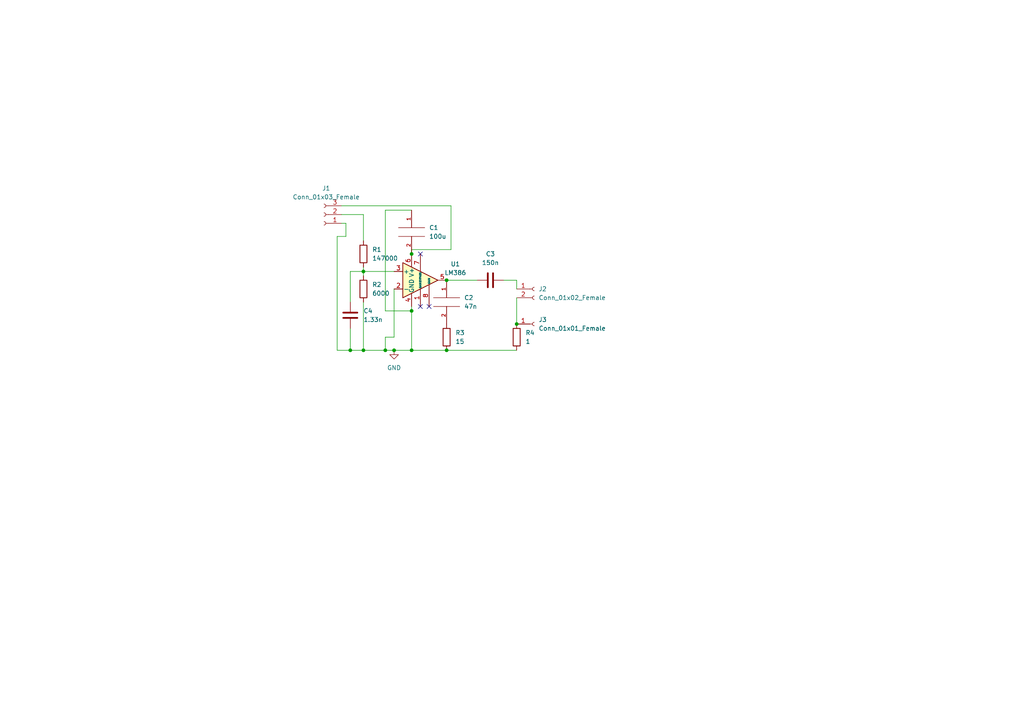
<source format=kicad_sch>
(kicad_sch (version 20211123) (generator eeschema)

  (uuid fb2e7663-3159-4fc7-a727-9c208816301f)

  (paper "A4")

  (lib_symbols
    (symbol "Amplifier_Audio:LM386" (pin_names (offset 0.127)) (in_bom yes) (on_board yes)
      (property "Reference" "U" (id 0) (at 1.27 7.62 0)
        (effects (font (size 1.27 1.27)) (justify left))
      )
      (property "Value" "LM386" (id 1) (at 1.27 5.08 0)
        (effects (font (size 1.27 1.27)) (justify left))
      )
      (property "Footprint" "" (id 2) (at 2.54 2.54 0)
        (effects (font (size 1.27 1.27)) hide)
      )
      (property "Datasheet" "http://www.ti.com/lit/ds/symlink/lm386.pdf" (id 3) (at 5.08 5.08 0)
        (effects (font (size 1.27 1.27)) hide)
      )
      (property "ki_keywords" "single Power opamp" (id 4) (at 0 0 0)
        (effects (font (size 1.27 1.27)) hide)
      )
      (property "ki_description" "Low Voltage Audio Power Amplifier, DIP-8/SOIC-8/SSOP-8" (id 5) (at 0 0 0)
        (effects (font (size 1.27 1.27)) hide)
      )
      (property "ki_fp_filters" "SOIC*3.9x4.9mm*P1.27mm* DIP*W7.62mm* MSSOP*P0.65mm* TSSOP*3x3mm*P0.5mm*" (id 6) (at 0 0 0)
        (effects (font (size 1.27 1.27)) hide)
      )
      (symbol "LM386_0_1"
        (polyline
          (pts
            (xy 5.08 0)
            (xy -5.08 5.08)
            (xy -5.08 -5.08)
            (xy 5.08 0)
          )
          (stroke (width 0.254) (type default) (color 0 0 0 0))
          (fill (type background))
        )
      )
      (symbol "LM386_1_1"
        (pin input line (at 0 -7.62 90) (length 5.08)
          (name "GAIN" (effects (font (size 0.508 0.508))))
          (number "1" (effects (font (size 1.27 1.27))))
        )
        (pin input line (at -7.62 -2.54 0) (length 2.54)
          (name "-" (effects (font (size 1.27 1.27))))
          (number "2" (effects (font (size 1.27 1.27))))
        )
        (pin input line (at -7.62 2.54 0) (length 2.54)
          (name "+" (effects (font (size 1.27 1.27))))
          (number "3" (effects (font (size 1.27 1.27))))
        )
        (pin power_in line (at -2.54 -7.62 90) (length 3.81)
          (name "GND" (effects (font (size 1.27 1.27))))
          (number "4" (effects (font (size 1.27 1.27))))
        )
        (pin output line (at 7.62 0 180) (length 2.54)
          (name "~" (effects (font (size 1.27 1.27))))
          (number "5" (effects (font (size 1.27 1.27))))
        )
        (pin power_in line (at -2.54 7.62 270) (length 3.81)
          (name "V+" (effects (font (size 1.27 1.27))))
          (number "6" (effects (font (size 1.27 1.27))))
        )
        (pin input line (at 0 7.62 270) (length 5.08)
          (name "BYPASS" (effects (font (size 0.508 0.508))))
          (number "7" (effects (font (size 1.27 1.27))))
        )
        (pin input line (at 2.54 -7.62 90) (length 6.35)
          (name "GAIN" (effects (font (size 0.508 0.508))))
          (number "8" (effects (font (size 1.27 1.27))))
        )
      )
    )
    (symbol "Connector:Conn_01x01_Female" (pin_names (offset 1.016) hide) (in_bom yes) (on_board yes)
      (property "Reference" "J" (id 0) (at 0 2.54 0)
        (effects (font (size 1.27 1.27)))
      )
      (property "Value" "Conn_01x01_Female" (id 1) (at 0 -2.54 0)
        (effects (font (size 1.27 1.27)))
      )
      (property "Footprint" "" (id 2) (at 0 0 0)
        (effects (font (size 1.27 1.27)) hide)
      )
      (property "Datasheet" "~" (id 3) (at 0 0 0)
        (effects (font (size 1.27 1.27)) hide)
      )
      (property "ki_keywords" "connector" (id 4) (at 0 0 0)
        (effects (font (size 1.27 1.27)) hide)
      )
      (property "ki_description" "Generic connector, single row, 01x01, script generated (kicad-library-utils/schlib/autogen/connector/)" (id 5) (at 0 0 0)
        (effects (font (size 1.27 1.27)) hide)
      )
      (property "ki_fp_filters" "Connector*:*" (id 6) (at 0 0 0)
        (effects (font (size 1.27 1.27)) hide)
      )
      (symbol "Conn_01x01_Female_1_1"
        (polyline
          (pts
            (xy -1.27 0)
            (xy -0.508 0)
          )
          (stroke (width 0.1524) (type default) (color 0 0 0 0))
          (fill (type none))
        )
        (arc (start 0 0.508) (mid -0.508 0) (end 0 -0.508)
          (stroke (width 0.1524) (type default) (color 0 0 0 0))
          (fill (type none))
        )
        (pin passive line (at -5.08 0 0) (length 3.81)
          (name "Pin_1" (effects (font (size 1.27 1.27))))
          (number "1" (effects (font (size 1.27 1.27))))
        )
      )
    )
    (symbol "Connector:Conn_01x02_Female" (pin_names (offset 1.016) hide) (in_bom yes) (on_board yes)
      (property "Reference" "J" (id 0) (at 0 2.54 0)
        (effects (font (size 1.27 1.27)))
      )
      (property "Value" "Conn_01x02_Female" (id 1) (at 0 -5.08 0)
        (effects (font (size 1.27 1.27)))
      )
      (property "Footprint" "" (id 2) (at 0 0 0)
        (effects (font (size 1.27 1.27)) hide)
      )
      (property "Datasheet" "~" (id 3) (at 0 0 0)
        (effects (font (size 1.27 1.27)) hide)
      )
      (property "ki_keywords" "connector" (id 4) (at 0 0 0)
        (effects (font (size 1.27 1.27)) hide)
      )
      (property "ki_description" "Generic connector, single row, 01x02, script generated (kicad-library-utils/schlib/autogen/connector/)" (id 5) (at 0 0 0)
        (effects (font (size 1.27 1.27)) hide)
      )
      (property "ki_fp_filters" "Connector*:*_1x??_*" (id 6) (at 0 0 0)
        (effects (font (size 1.27 1.27)) hide)
      )
      (symbol "Conn_01x02_Female_1_1"
        (arc (start 0 -2.032) (mid -0.508 -2.54) (end 0 -3.048)
          (stroke (width 0.1524) (type default) (color 0 0 0 0))
          (fill (type none))
        )
        (polyline
          (pts
            (xy -1.27 -2.54)
            (xy -0.508 -2.54)
          )
          (stroke (width 0.1524) (type default) (color 0 0 0 0))
          (fill (type none))
        )
        (polyline
          (pts
            (xy -1.27 0)
            (xy -0.508 0)
          )
          (stroke (width 0.1524) (type default) (color 0 0 0 0))
          (fill (type none))
        )
        (arc (start 0 0.508) (mid -0.508 0) (end 0 -0.508)
          (stroke (width 0.1524) (type default) (color 0 0 0 0))
          (fill (type none))
        )
        (pin passive line (at -5.08 0 0) (length 3.81)
          (name "Pin_1" (effects (font (size 1.27 1.27))))
          (number "1" (effects (font (size 1.27 1.27))))
        )
        (pin passive line (at -5.08 -2.54 0) (length 3.81)
          (name "Pin_2" (effects (font (size 1.27 1.27))))
          (number "2" (effects (font (size 1.27 1.27))))
        )
      )
    )
    (symbol "Connector:Conn_01x03_Female" (pin_names (offset 1.016) hide) (in_bom yes) (on_board yes)
      (property "Reference" "J" (id 0) (at 0 5.08 0)
        (effects (font (size 1.27 1.27)))
      )
      (property "Value" "Conn_01x03_Female" (id 1) (at 0 -5.08 0)
        (effects (font (size 1.27 1.27)))
      )
      (property "Footprint" "" (id 2) (at 0 0 0)
        (effects (font (size 1.27 1.27)) hide)
      )
      (property "Datasheet" "~" (id 3) (at 0 0 0)
        (effects (font (size 1.27 1.27)) hide)
      )
      (property "ki_keywords" "connector" (id 4) (at 0 0 0)
        (effects (font (size 1.27 1.27)) hide)
      )
      (property "ki_description" "Generic connector, single row, 01x03, script generated (kicad-library-utils/schlib/autogen/connector/)" (id 5) (at 0 0 0)
        (effects (font (size 1.27 1.27)) hide)
      )
      (property "ki_fp_filters" "Connector*:*_1x??_*" (id 6) (at 0 0 0)
        (effects (font (size 1.27 1.27)) hide)
      )
      (symbol "Conn_01x03_Female_1_1"
        (arc (start 0 -2.032) (mid -0.508 -2.54) (end 0 -3.048)
          (stroke (width 0.1524) (type default) (color 0 0 0 0))
          (fill (type none))
        )
        (polyline
          (pts
            (xy -1.27 -2.54)
            (xy -0.508 -2.54)
          )
          (stroke (width 0.1524) (type default) (color 0 0 0 0))
          (fill (type none))
        )
        (polyline
          (pts
            (xy -1.27 0)
            (xy -0.508 0)
          )
          (stroke (width 0.1524) (type default) (color 0 0 0 0))
          (fill (type none))
        )
        (polyline
          (pts
            (xy -1.27 2.54)
            (xy -0.508 2.54)
          )
          (stroke (width 0.1524) (type default) (color 0 0 0 0))
          (fill (type none))
        )
        (arc (start 0 0.508) (mid -0.508 0) (end 0 -0.508)
          (stroke (width 0.1524) (type default) (color 0 0 0 0))
          (fill (type none))
        )
        (arc (start 0 3.048) (mid -0.508 2.54) (end 0 2.032)
          (stroke (width 0.1524) (type default) (color 0 0 0 0))
          (fill (type none))
        )
        (pin passive line (at -5.08 2.54 0) (length 3.81)
          (name "Pin_1" (effects (font (size 1.27 1.27))))
          (number "1" (effects (font (size 1.27 1.27))))
        )
        (pin passive line (at -5.08 0 0) (length 3.81)
          (name "Pin_2" (effects (font (size 1.27 1.27))))
          (number "2" (effects (font (size 1.27 1.27))))
        )
        (pin passive line (at -5.08 -2.54 0) (length 3.81)
          (name "Pin_3" (effects (font (size 1.27 1.27))))
          (number "3" (effects (font (size 1.27 1.27))))
        )
      )
    )
    (symbol "Device:C" (pin_numbers hide) (pin_names (offset 0.254)) (in_bom yes) (on_board yes)
      (property "Reference" "C" (id 0) (at 0.635 2.54 0)
        (effects (font (size 1.27 1.27)) (justify left))
      )
      (property "Value" "C" (id 1) (at 0.635 -2.54 0)
        (effects (font (size 1.27 1.27)) (justify left))
      )
      (property "Footprint" "" (id 2) (at 0.9652 -3.81 0)
        (effects (font (size 1.27 1.27)) hide)
      )
      (property "Datasheet" "~" (id 3) (at 0 0 0)
        (effects (font (size 1.27 1.27)) hide)
      )
      (property "ki_keywords" "cap capacitor" (id 4) (at 0 0 0)
        (effects (font (size 1.27 1.27)) hide)
      )
      (property "ki_description" "Unpolarized capacitor" (id 5) (at 0 0 0)
        (effects (font (size 1.27 1.27)) hide)
      )
      (property "ki_fp_filters" "C_*" (id 6) (at 0 0 0)
        (effects (font (size 1.27 1.27)) hide)
      )
      (symbol "C_0_1"
        (polyline
          (pts
            (xy -2.032 -0.762)
            (xy 2.032 -0.762)
          )
          (stroke (width 0.508) (type default) (color 0 0 0 0))
          (fill (type none))
        )
        (polyline
          (pts
            (xy -2.032 0.762)
            (xy 2.032 0.762)
          )
          (stroke (width 0.508) (type default) (color 0 0 0 0))
          (fill (type none))
        )
      )
      (symbol "C_1_1"
        (pin passive line (at 0 3.81 270) (length 2.794)
          (name "~" (effects (font (size 1.27 1.27))))
          (number "1" (effects (font (size 1.27 1.27))))
        )
        (pin passive line (at 0 -3.81 90) (length 2.794)
          (name "~" (effects (font (size 1.27 1.27))))
          (number "2" (effects (font (size 1.27 1.27))))
        )
      )
    )
    (symbol "Device:R" (pin_numbers hide) (pin_names (offset 0)) (in_bom yes) (on_board yes)
      (property "Reference" "R" (id 0) (at 2.032 0 90)
        (effects (font (size 1.27 1.27)))
      )
      (property "Value" "R" (id 1) (at 0 0 90)
        (effects (font (size 1.27 1.27)))
      )
      (property "Footprint" "" (id 2) (at -1.778 0 90)
        (effects (font (size 1.27 1.27)) hide)
      )
      (property "Datasheet" "~" (id 3) (at 0 0 0)
        (effects (font (size 1.27 1.27)) hide)
      )
      (property "ki_keywords" "R res resistor" (id 4) (at 0 0 0)
        (effects (font (size 1.27 1.27)) hide)
      )
      (property "ki_description" "Resistor" (id 5) (at 0 0 0)
        (effects (font (size 1.27 1.27)) hide)
      )
      (property "ki_fp_filters" "R_*" (id 6) (at 0 0 0)
        (effects (font (size 1.27 1.27)) hide)
      )
      (symbol "R_0_1"
        (rectangle (start -1.016 -2.54) (end 1.016 2.54)
          (stroke (width 0.254) (type default) (color 0 0 0 0))
          (fill (type none))
        )
      )
      (symbol "R_1_1"
        (pin passive line (at 0 3.81 270) (length 1.27)
          (name "~" (effects (font (size 1.27 1.27))))
          (number "1" (effects (font (size 1.27 1.27))))
        )
        (pin passive line (at 0 -3.81 90) (length 1.27)
          (name "~" (effects (font (size 1.27 1.27))))
          (number "2" (effects (font (size 1.27 1.27))))
        )
      )
    )
    (symbol "power:GND" (power) (pin_names (offset 0)) (in_bom yes) (on_board yes)
      (property "Reference" "#PWR" (id 0) (at 0 -6.35 0)
        (effects (font (size 1.27 1.27)) hide)
      )
      (property "Value" "GND" (id 1) (at 0 -3.81 0)
        (effects (font (size 1.27 1.27)))
      )
      (property "Footprint" "" (id 2) (at 0 0 0)
        (effects (font (size 1.27 1.27)) hide)
      )
      (property "Datasheet" "" (id 3) (at 0 0 0)
        (effects (font (size 1.27 1.27)) hide)
      )
      (property "ki_keywords" "power-flag" (id 4) (at 0 0 0)
        (effects (font (size 1.27 1.27)) hide)
      )
      (property "ki_description" "Power symbol creates a global label with name \"GND\" , ground" (id 5) (at 0 0 0)
        (effects (font (size 1.27 1.27)) hide)
      )
      (symbol "GND_0_1"
        (polyline
          (pts
            (xy 0 0)
            (xy 0 -1.27)
            (xy 1.27 -1.27)
            (xy 0 -2.54)
            (xy -1.27 -1.27)
            (xy 0 -1.27)
          )
          (stroke (width 0) (type default) (color 0 0 0 0))
          (fill (type none))
        )
      )
      (symbol "GND_1_1"
        (pin power_in line (at 0 0 270) (length 0) hide
          (name "GND" (effects (font (size 1.27 1.27))))
          (number "1" (effects (font (size 1.27 1.27))))
        )
      )
    )
    (symbol "pspice:CAP" (pin_names (offset 0.254)) (in_bom yes) (on_board yes)
      (property "Reference" "C" (id 0) (at 2.54 3.81 90)
        (effects (font (size 1.27 1.27)))
      )
      (property "Value" "CAP" (id 1) (at 2.54 -3.81 90)
        (effects (font (size 1.27 1.27)))
      )
      (property "Footprint" "" (id 2) (at 0 0 0)
        (effects (font (size 1.27 1.27)) hide)
      )
      (property "Datasheet" "~" (id 3) (at 0 0 0)
        (effects (font (size 1.27 1.27)) hide)
      )
      (property "ki_keywords" "simulation" (id 4) (at 0 0 0)
        (effects (font (size 1.27 1.27)) hide)
      )
      (property "ki_description" "Capacitor symbol for simulation only" (id 5) (at 0 0 0)
        (effects (font (size 1.27 1.27)) hide)
      )
      (symbol "CAP_0_1"
        (polyline
          (pts
            (xy -3.81 -1.27)
            (xy 3.81 -1.27)
          )
          (stroke (width 0) (type default) (color 0 0 0 0))
          (fill (type none))
        )
        (polyline
          (pts
            (xy -3.81 1.27)
            (xy 3.81 1.27)
          )
          (stroke (width 0) (type default) (color 0 0 0 0))
          (fill (type none))
        )
      )
      (symbol "CAP_1_1"
        (pin passive line (at 0 6.35 270) (length 5.08)
          (name "~" (effects (font (size 1.016 1.016))))
          (number "1" (effects (font (size 1.016 1.016))))
        )
        (pin passive line (at 0 -6.35 90) (length 5.08)
          (name "~" (effects (font (size 1.016 1.016))))
          (number "2" (effects (font (size 1.016 1.016))))
        )
      )
    )
  )

  (junction (at 149.86 93.98) (diameter 0) (color 0 0 0 0)
    (uuid 30b149f2-6ef8-4c5c-8521-d89585e0c845)
  )
  (junction (at 119.38 73.66) (diameter 0) (color 0 0 0 0)
    (uuid 55c8e6c9-65a2-4ef5-a931-bd872d1ec8c5)
  )
  (junction (at 111.76 101.6) (diameter 0) (color 0 0 0 0)
    (uuid 70e98af9-13dd-4bbe-9ac9-927a67e62794)
  )
  (junction (at 105.41 78.74) (diameter 0) (color 0 0 0 0)
    (uuid 87c45d59-cd53-4976-9a60-6ae9710728ee)
  )
  (junction (at 105.41 101.6) (diameter 0) (color 0 0 0 0)
    (uuid 8cbfd922-259e-437d-ac16-ed7c083f80a2)
  )
  (junction (at 129.54 101.6) (diameter 0) (color 0 0 0 0)
    (uuid 9487524f-a7d8-4c6e-8535-82d2fa77f2d0)
  )
  (junction (at 129.54 81.28) (diameter 0) (color 0 0 0 0)
    (uuid 94f76b69-2820-4d34-becf-a87c5ef2d1a6)
  )
  (junction (at 114.3 101.6) (diameter 0) (color 0 0 0 0)
    (uuid a38e59d8-4421-4d4d-afe0-e081a0182dec)
  )
  (junction (at 119.38 90.17) (diameter 0) (color 0 0 0 0)
    (uuid d9cc017c-2154-48e5-a3a7-3e4ed212723f)
  )
  (junction (at 101.6 101.6) (diameter 0) (color 0 0 0 0)
    (uuid ea844d73-9d02-4a61-b74f-ce4a0f18f942)
  )
  (junction (at 119.38 101.6) (diameter 0) (color 0 0 0 0)
    (uuid f513fc27-2a45-46c1-905b-727e04c535c7)
  )

  (no_connect (at 121.92 73.66) (uuid 126eab56-5fcd-4b49-b202-5f02c56ef2c0))
  (no_connect (at 121.92 88.9) (uuid 126eab56-5fcd-4b49-b202-5f02c56ef2c1))
  (no_connect (at 124.46 88.9) (uuid 126eab56-5fcd-4b49-b202-5f02c56ef2c2))

  (wire (pts (xy 119.38 101.6) (xy 129.54 101.6))
    (stroke (width 0) (type default) (color 0 0 0 0))
    (uuid 0eac8a00-14a3-48de-8590-bc53f3e76aea)
  )
  (wire (pts (xy 105.41 101.6) (xy 111.76 101.6))
    (stroke (width 0) (type default) (color 0 0 0 0))
    (uuid 1e399069-487c-4b44-906e-b55eee6acaec)
  )
  (wire (pts (xy 111.76 90.17) (xy 119.38 90.17))
    (stroke (width 0) (type default) (color 0 0 0 0))
    (uuid 2497a85b-61f1-468e-9cba-48cabef70ef8)
  )
  (wire (pts (xy 105.41 78.74) (xy 101.6 78.74))
    (stroke (width 0) (type default) (color 0 0 0 0))
    (uuid 2678666c-f14a-4078-b907-86f88c467d5e)
  )
  (wire (pts (xy 146.05 81.28) (xy 149.86 81.28))
    (stroke (width 0) (type default) (color 0 0 0 0))
    (uuid 2fe87a11-3c82-46b9-9433-36d19823895c)
  )
  (wire (pts (xy 149.86 81.28) (xy 149.86 83.82))
    (stroke (width 0) (type default) (color 0 0 0 0))
    (uuid 3be85a8f-cc05-4121-aad6-4f39191dfe5d)
  )
  (wire (pts (xy 105.41 69.85) (xy 105.41 62.23))
    (stroke (width 0) (type default) (color 0 0 0 0))
    (uuid 40c05b21-e3ec-4c87-9f30-a5b672cadb23)
  )
  (wire (pts (xy 130.81 59.69) (xy 130.81 72.39))
    (stroke (width 0) (type default) (color 0 0 0 0))
    (uuid 40d036a7-349c-4647-96a9-c878d43dd7e8)
  )
  (wire (pts (xy 97.79 101.6) (xy 97.79 68.58))
    (stroke (width 0) (type default) (color 0 0 0 0))
    (uuid 4107bf34-46cb-4a16-bb2f-1aac240b1770)
  )
  (wire (pts (xy 111.76 101.6) (xy 114.3 101.6))
    (stroke (width 0) (type default) (color 0 0 0 0))
    (uuid 48153185-9035-4944-83d9-6b4c1956150c)
  )
  (wire (pts (xy 114.3 101.6) (xy 119.38 101.6))
    (stroke (width 0) (type default) (color 0 0 0 0))
    (uuid 4c448945-edfb-4d0a-9e07-1076a36fba24)
  )
  (wire (pts (xy 119.38 72.39) (xy 119.38 73.66))
    (stroke (width 0) (type default) (color 0 0 0 0))
    (uuid 4ee04e96-b913-4bad-93e0-302565abd2b4)
  )
  (wire (pts (xy 114.3 97.79) (xy 111.76 97.79))
    (stroke (width 0) (type default) (color 0 0 0 0))
    (uuid 59980434-819a-4e84-ad1e-5e6529f88521)
  )
  (wire (pts (xy 114.3 83.82) (xy 114.3 97.79))
    (stroke (width 0) (type default) (color 0 0 0 0))
    (uuid 59fbe554-bd86-4491-82b9-f9a3a30e44ab)
  )
  (wire (pts (xy 149.86 86.36) (xy 149.86 93.98))
    (stroke (width 0) (type default) (color 0 0 0 0))
    (uuid 5a8b6970-98ae-4ad9-a04a-b12796bf54ca)
  )
  (wire (pts (xy 105.41 78.74) (xy 105.41 80.01))
    (stroke (width 0) (type default) (color 0 0 0 0))
    (uuid 5d8187b5-caae-40b8-ac8f-8c442e998f5f)
  )
  (wire (pts (xy 101.6 95.25) (xy 101.6 101.6))
    (stroke (width 0) (type default) (color 0 0 0 0))
    (uuid 5eeeb876-dd88-4349-ac7a-e50fb80fbd10)
  )
  (wire (pts (xy 119.38 88.9) (xy 119.38 90.17))
    (stroke (width 0) (type default) (color 0 0 0 0))
    (uuid 62793016-ab52-4741-827e-63324f44e341)
  )
  (wire (pts (xy 105.41 77.47) (xy 105.41 78.74))
    (stroke (width 0) (type default) (color 0 0 0 0))
    (uuid 714abc84-232c-4560-a79a-0fca8f9eb603)
  )
  (wire (pts (xy 100.33 64.77) (xy 99.06 64.77))
    (stroke (width 0) (type default) (color 0 0 0 0))
    (uuid 73176f14-4bb9-43f7-ab75-be555e42a504)
  )
  (wire (pts (xy 129.54 101.6) (xy 149.86 101.6))
    (stroke (width 0) (type default) (color 0 0 0 0))
    (uuid 76273818-6d34-407a-a16f-f833d5681ee1)
  )
  (wire (pts (xy 111.76 60.96) (xy 111.76 90.17))
    (stroke (width 0) (type default) (color 0 0 0 0))
    (uuid 7eb6382b-4d89-4408-9785-9d7314dbff09)
  )
  (wire (pts (xy 119.38 60.96) (xy 111.76 60.96))
    (stroke (width 0) (type default) (color 0 0 0 0))
    (uuid 8911c72b-b4b4-4dac-9e6b-2084947beb80)
  )
  (wire (pts (xy 100.33 68.58) (xy 100.33 64.77))
    (stroke (width 0) (type default) (color 0 0 0 0))
    (uuid 9f1b745b-9d1e-4b93-b9b0-5bf392606f7b)
  )
  (wire (pts (xy 97.79 101.6) (xy 101.6 101.6))
    (stroke (width 0) (type default) (color 0 0 0 0))
    (uuid a2f68791-fab4-43f2-84e7-890d531dfafa)
  )
  (wire (pts (xy 111.76 97.79) (xy 111.76 101.6))
    (stroke (width 0) (type default) (color 0 0 0 0))
    (uuid a7587b11-2971-4682-b654-21255911d0b3)
  )
  (wire (pts (xy 129.54 81.28) (xy 138.43 81.28))
    (stroke (width 0) (type default) (color 0 0 0 0))
    (uuid b6c1e2f7-a7b8-4b5a-b196-abcc506589b0)
  )
  (wire (pts (xy 97.79 68.58) (xy 100.33 68.58))
    (stroke (width 0) (type default) (color 0 0 0 0))
    (uuid c04a3156-232d-431b-886f-d834e053b64f)
  )
  (wire (pts (xy 119.38 72.39) (xy 130.81 72.39))
    (stroke (width 0) (type default) (color 0 0 0 0))
    (uuid c9b2cf5f-39ac-4751-aa7c-1c78edefca70)
  )
  (wire (pts (xy 119.38 90.17) (xy 119.38 101.6))
    (stroke (width 0) (type default) (color 0 0 0 0))
    (uuid d492f729-7577-4cf1-b6d4-cfc2020f24a5)
  )
  (wire (pts (xy 101.6 78.74) (xy 101.6 87.63))
    (stroke (width 0) (type default) (color 0 0 0 0))
    (uuid d4de82b6-23f3-44a4-831c-042e0426ac00)
  )
  (wire (pts (xy 105.41 78.74) (xy 114.3 78.74))
    (stroke (width 0) (type default) (color 0 0 0 0))
    (uuid dccdd27a-9c1e-4a1b-a485-cf78309197fd)
  )
  (wire (pts (xy 105.41 62.23) (xy 99.06 62.23))
    (stroke (width 0) (type default) (color 0 0 0 0))
    (uuid dd35f156-b3dc-4510-82fc-3e518d10a2b8)
  )
  (wire (pts (xy 105.41 87.63) (xy 105.41 101.6))
    (stroke (width 0) (type default) (color 0 0 0 0))
    (uuid df34604f-80bb-493f-a03e-4b16fe87a822)
  )
  (wire (pts (xy 99.06 59.69) (xy 130.81 59.69))
    (stroke (width 0) (type default) (color 0 0 0 0))
    (uuid df7f4527-d184-41d0-9a95-e929b5610db6)
  )
  (wire (pts (xy 105.41 101.6) (xy 101.6 101.6))
    (stroke (width 0) (type default) (color 0 0 0 0))
    (uuid fc919314-8625-4714-94e4-749b14b0d087)
  )

  (symbol (lib_id "Connector:Conn_01x01_Female") (at 154.94 93.98 0) (unit 1)
    (in_bom yes) (on_board yes) (fields_autoplaced)
    (uuid 00fc4e09-8854-4b94-96d6-22527b0ba299)
    (property "Reference" "J3" (id 0) (at 156.21 92.7099 0)
      (effects (font (size 1.27 1.27)) (justify left))
    )
    (property "Value" "Conn_01x01_Female" (id 1) (at 156.21 95.2499 0)
      (effects (font (size 1.27 1.27)) (justify left))
    )
    (property "Footprint" "Connector_PinSocket_2.00mm:PinSocket_1x01_P2.00mm_Horizontal" (id 2) (at 154.94 93.98 0)
      (effects (font (size 1.27 1.27)) hide)
    )
    (property "Datasheet" "~" (id 3) (at 154.94 93.98 0)
      (effects (font (size 1.27 1.27)) hide)
    )
    (pin "1" (uuid 0f3ba943-9e64-4c31-88a2-12321b06eef6))
  )

  (symbol (lib_id "pspice:CAP") (at 119.38 67.31 0) (unit 1)
    (in_bom yes) (on_board yes) (fields_autoplaced)
    (uuid 251e9da9-9c52-4a75-8f02-54877fcfd0b6)
    (property "Reference" "C1" (id 0) (at 124.46 66.0399 0)
      (effects (font (size 1.27 1.27)) (justify left))
    )
    (property "Value" "100u" (id 1) (at 124.46 68.5799 0)
      (effects (font (size 1.27 1.27)) (justify left))
    )
    (property "Footprint" "Capacitor_THT:CP_Radial_D8.0mm_P5.00mm" (id 2) (at 119.38 67.31 0)
      (effects (font (size 1.27 1.27)) hide)
    )
    (property "Datasheet" "~" (id 3) (at 119.38 67.31 0)
      (effects (font (size 1.27 1.27)) hide)
    )
    (pin "1" (uuid 4a3b9c26-0f40-497e-92f3-5b59cde12109))
    (pin "2" (uuid cebfca72-9aca-4bb6-967e-19ffa44acd70))
  )

  (symbol (lib_id "pspice:CAP") (at 129.54 87.63 0) (unit 1)
    (in_bom yes) (on_board yes) (fields_autoplaced)
    (uuid 499bc1b5-b5b5-4e37-baa6-d42e4a7c537c)
    (property "Reference" "C2" (id 0) (at 134.62 86.3599 0)
      (effects (font (size 1.27 1.27)) (justify left))
    )
    (property "Value" "47n" (id 1) (at 134.62 88.8999 0)
      (effects (font (size 1.27 1.27)) (justify left))
    )
    (property "Footprint" "Capacitor_THT:C_Rect_L9.0mm_W4.2mm_P7.50mm_MKT" (id 2) (at 129.54 87.63 0)
      (effects (font (size 1.27 1.27)) hide)
    )
    (property "Datasheet" "~" (id 3) (at 129.54 87.63 0)
      (effects (font (size 1.27 1.27)) hide)
    )
    (pin "1" (uuid 74cae2f2-7248-4d38-8253-0e1b3d9f9a8a))
    (pin "2" (uuid 7dfb1d32-ebb2-476e-99c7-547fcd4a52ff))
  )

  (symbol (lib_id "Amplifier_Audio:LM386") (at 121.92 81.28 0) (unit 1)
    (in_bom yes) (on_board yes) (fields_autoplaced)
    (uuid 6b4d1b0d-20ac-4ef7-99ed-865a97e09a88)
    (property "Reference" "U1" (id 0) (at 132.08 76.581 0))
    (property "Value" "LM386" (id 1) (at 132.08 79.121 0))
    (property "Footprint" "Package_DIP:DIP-8_W7.62mm" (id 2) (at 124.46 78.74 0)
      (effects (font (size 1.27 1.27)) hide)
    )
    (property "Datasheet" "http://www.ti.com/lit/ds/symlink/lm386.pdf" (id 3) (at 127 76.2 0)
      (effects (font (size 1.27 1.27)) hide)
    )
    (pin "1" (uuid 85028d1f-01a9-4a93-bf57-02feedeafecd))
    (pin "2" (uuid 642253a7-7e7f-4f31-88e7-503355243bcd))
    (pin "3" (uuid c39121f4-53b0-4484-ba86-5b254b0bb9f0))
    (pin "4" (uuid 35705fe2-4b08-41ae-8840-90b77bbf5319))
    (pin "5" (uuid 06c31293-65ab-47f7-b93a-791f849e0bd2))
    (pin "6" (uuid ce307321-f94d-44b4-a2d7-35ba0c7126db))
    (pin "7" (uuid 1bdca6d4-7137-4ea3-a201-ee9730808497))
    (pin "8" (uuid c1d68b1a-446c-465e-8408-5ca4072d0c9d))
  )

  (symbol (lib_id "Device:R") (at 105.41 83.82 0) (unit 1)
    (in_bom yes) (on_board yes) (fields_autoplaced)
    (uuid 761f67e4-8d35-452a-9d0a-238cc081560e)
    (property "Reference" "R2" (id 0) (at 107.95 82.5499 0)
      (effects (font (size 1.27 1.27)) (justify left))
    )
    (property "Value" "6000" (id 1) (at 107.95 85.0899 0)
      (effects (font (size 1.27 1.27)) (justify left))
    )
    (property "Footprint" "Resistor_THT:R_Axial_DIN0204_L3.6mm_D1.6mm_P5.08mm_Horizontal" (id 2) (at 103.632 83.82 90)
      (effects (font (size 1.27 1.27)) hide)
    )
    (property "Datasheet" "~" (id 3) (at 105.41 83.82 0)
      (effects (font (size 1.27 1.27)) hide)
    )
    (pin "1" (uuid 9a1390a2-6e06-4841-a2fb-6eb0ca573019))
    (pin "2" (uuid 7e4328de-d34f-4af8-8247-810c32af6504))
  )

  (symbol (lib_id "Device:C") (at 142.24 81.28 90) (unit 1)
    (in_bom yes) (on_board yes) (fields_autoplaced)
    (uuid 8f37c2dd-1e86-4051-abd3-2233e8440453)
    (property "Reference" "C3" (id 0) (at 142.24 73.66 90))
    (property "Value" "150n" (id 1) (at 142.24 76.2 90))
    (property "Footprint" "Capacitor_THT:CP_Radial_D8.0mm_P3.80mm" (id 2) (at 146.05 80.3148 0)
      (effects (font (size 1.27 1.27)) hide)
    )
    (property "Datasheet" "~" (id 3) (at 142.24 81.28 0)
      (effects (font (size 1.27 1.27)) hide)
    )
    (pin "1" (uuid a3dc77ea-6674-4502-b67e-f2b948248272))
    (pin "2" (uuid f768e6d5-d789-45d0-8787-bf8c88d46eb4))
  )

  (symbol (lib_id "Connector:Conn_01x03_Female") (at 93.98 62.23 180) (unit 1)
    (in_bom yes) (on_board yes) (fields_autoplaced)
    (uuid 991824cf-c921-4eff-a35e-5db3e3ac9b88)
    (property "Reference" "J1" (id 0) (at 94.615 54.61 0))
    (property "Value" "Conn_01x03_Female" (id 1) (at 94.615 57.15 0))
    (property "Footprint" "Connector_PinSocket_2.54mm:PinSocket_1x03_P2.54mm_Vertical" (id 2) (at 93.98 62.23 0)
      (effects (font (size 1.27 1.27)) hide)
    )
    (property "Datasheet" "~" (id 3) (at 93.98 62.23 0)
      (effects (font (size 1.27 1.27)) hide)
    )
    (pin "1" (uuid bb1e2c97-34b2-4611-a0ab-73c1ceb701c7))
    (pin "2" (uuid 5ab2e380-60d9-4f0e-a03b-922cac23dec0))
    (pin "3" (uuid dd0c86ce-9166-4898-b447-8dfded34cd37))
  )

  (symbol (lib_id "Device:R") (at 105.41 73.66 0) (unit 1)
    (in_bom yes) (on_board yes) (fields_autoplaced)
    (uuid a4db4c18-c298-437c-ac41-331665d13267)
    (property "Reference" "R1" (id 0) (at 107.95 72.3899 0)
      (effects (font (size 1.27 1.27)) (justify left))
    )
    (property "Value" "147000" (id 1) (at 107.95 74.9299 0)
      (effects (font (size 1.27 1.27)) (justify left))
    )
    (property "Footprint" "Resistor_THT:R_Axial_DIN0204_L3.6mm_D1.6mm_P5.08mm_Horizontal" (id 2) (at 103.632 73.66 90)
      (effects (font (size 1.27 1.27)) hide)
    )
    (property "Datasheet" "~" (id 3) (at 105.41 73.66 0)
      (effects (font (size 1.27 1.27)) hide)
    )
    (pin "1" (uuid 1fd514c9-9745-45b6-9095-c173568c1cec))
    (pin "2" (uuid d70af7b7-0d78-412c-8c52-6840d126eba8))
  )

  (symbol (lib_id "Device:R") (at 129.54 97.79 0) (unit 1)
    (in_bom yes) (on_board yes) (fields_autoplaced)
    (uuid c36440a3-9aad-41e2-a0df-927afaec0970)
    (property "Reference" "R3" (id 0) (at 132.08 96.5199 0)
      (effects (font (size 1.27 1.27)) (justify left))
    )
    (property "Value" "15" (id 1) (at 132.08 99.0599 0)
      (effects (font (size 1.27 1.27)) (justify left))
    )
    (property "Footprint" "Resistor_THT:R_Axial_DIN0204_L3.6mm_D1.6mm_P5.08mm_Horizontal" (id 2) (at 127.762 97.79 90)
      (effects (font (size 1.27 1.27)) hide)
    )
    (property "Datasheet" "~" (id 3) (at 129.54 97.79 0)
      (effects (font (size 1.27 1.27)) hide)
    )
    (pin "1" (uuid 85a65e02-7767-4d2c-ba92-c412a9efcbb5))
    (pin "2" (uuid 6753e387-fe11-4227-9b44-d3c94c0ffdd4))
  )

  (symbol (lib_id "Device:R") (at 149.86 97.79 0) (unit 1)
    (in_bom yes) (on_board yes) (fields_autoplaced)
    (uuid c6f12c0f-2db8-4dd6-bd22-055cfe9da7c8)
    (property "Reference" "R4" (id 0) (at 152.4 96.5199 0)
      (effects (font (size 1.27 1.27)) (justify left))
    )
    (property "Value" "1" (id 1) (at 152.4 99.0599 0)
      (effects (font (size 1.27 1.27)) (justify left))
    )
    (property "Footprint" "Resistor_THT:R_Axial_DIN0204_L3.6mm_D1.6mm_P5.08mm_Horizontal" (id 2) (at 148.082 97.79 90)
      (effects (font (size 1.27 1.27)) hide)
    )
    (property "Datasheet" "~" (id 3) (at 149.86 97.79 0)
      (effects (font (size 1.27 1.27)) hide)
    )
    (pin "1" (uuid 48850346-f3a5-436b-a031-4a1989953ae4))
    (pin "2" (uuid 5d43cdb8-3590-4586-aee0-2ad3ca868a77))
  )

  (symbol (lib_id "Connector:Conn_01x02_Female") (at 154.94 83.82 0) (unit 1)
    (in_bom yes) (on_board yes) (fields_autoplaced)
    (uuid c876918b-b271-4ad4-bd05-77825bd97b34)
    (property "Reference" "J2" (id 0) (at 156.21 83.8199 0)
      (effects (font (size 1.27 1.27)) (justify left))
    )
    (property "Value" "Conn_01x02_Female" (id 1) (at 156.21 86.3599 0)
      (effects (font (size 1.27 1.27)) (justify left))
    )
    (property "Footprint" "Connector_PinSocket_2.00mm:PinSocket_1x02_P2.00mm_Vertical" (id 2) (at 154.94 83.82 0)
      (effects (font (size 1.27 1.27)) hide)
    )
    (property "Datasheet" "~" (id 3) (at 154.94 83.82 0)
      (effects (font (size 1.27 1.27)) hide)
    )
    (pin "1" (uuid 0dcd793c-846a-4c1a-a68f-6f13c81575c9))
    (pin "2" (uuid 13043232-74f0-4490-8beb-346965fcc00f))
  )

  (symbol (lib_id "power:GND") (at 114.3 101.6 0) (unit 1)
    (in_bom yes) (on_board yes) (fields_autoplaced)
    (uuid e20a8685-a333-46a8-bcbb-93a95d62ba0c)
    (property "Reference" "#PWR01" (id 0) (at 114.3 107.95 0)
      (effects (font (size 1.27 1.27)) hide)
    )
    (property "Value" "GND" (id 1) (at 114.3 106.68 0))
    (property "Footprint" "" (id 2) (at 114.3 101.6 0)
      (effects (font (size 1.27 1.27)) hide)
    )
    (property "Datasheet" "" (id 3) (at 114.3 101.6 0)
      (effects (font (size 1.27 1.27)) hide)
    )
    (pin "1" (uuid cd6dd7c1-86c6-4d1a-b6a7-3aa074f421a3))
  )

  (symbol (lib_id "Device:C") (at 101.6 91.44 180) (unit 1)
    (in_bom yes) (on_board yes) (fields_autoplaced)
    (uuid ee4843cd-dbd6-4fe3-98a3-d8c046ecdeee)
    (property "Reference" "C4" (id 0) (at 105.41 90.1699 0)
      (effects (font (size 1.27 1.27)) (justify right))
    )
    (property "Value" "1.33n" (id 1) (at 105.41 92.7099 0)
      (effects (font (size 1.27 1.27)) (justify right))
    )
    (property "Footprint" "Capacitor_THT:C_Rect_L7.2mm_W7.2mm_P5.00mm_FKS2_FKP2_MKS2_MKP2" (id 2) (at 100.6348 87.63 0)
      (effects (font (size 1.27 1.27)) hide)
    )
    (property "Datasheet" "~" (id 3) (at 101.6 91.44 0)
      (effects (font (size 1.27 1.27)) hide)
    )
    (pin "1" (uuid d2d4d696-4870-41c6-b7ca-cb2ca002575a))
    (pin "2" (uuid f8e4c6f8-2425-492e-a203-e34131680d32))
  )

  (sheet_instances
    (path "/" (page "1"))
  )

  (symbol_instances
    (path "/e20a8685-a333-46a8-bcbb-93a95d62ba0c"
      (reference "#PWR01") (unit 1) (value "GND") (footprint "")
    )
    (path "/251e9da9-9c52-4a75-8f02-54877fcfd0b6"
      (reference "C1") (unit 1) (value "100u") (footprint "Capacitor_THT:CP_Radial_D8.0mm_P5.00mm")
    )
    (path "/499bc1b5-b5b5-4e37-baa6-d42e4a7c537c"
      (reference "C2") (unit 1) (value "47n") (footprint "Capacitor_THT:C_Rect_L9.0mm_W4.2mm_P7.50mm_MKT")
    )
    (path "/8f37c2dd-1e86-4051-abd3-2233e8440453"
      (reference "C3") (unit 1) (value "150n") (footprint "Capacitor_THT:CP_Radial_D8.0mm_P3.80mm")
    )
    (path "/ee4843cd-dbd6-4fe3-98a3-d8c046ecdeee"
      (reference "C4") (unit 1) (value "1.33n") (footprint "Capacitor_THT:C_Rect_L7.2mm_W7.2mm_P5.00mm_FKS2_FKP2_MKS2_MKP2")
    )
    (path "/991824cf-c921-4eff-a35e-5db3e3ac9b88"
      (reference "J1") (unit 1) (value "Conn_01x03_Female") (footprint "Connector_PinSocket_2.54mm:PinSocket_1x03_P2.54mm_Vertical")
    )
    (path "/c876918b-b271-4ad4-bd05-77825bd97b34"
      (reference "J2") (unit 1) (value "Conn_01x02_Female") (footprint "Connector_PinSocket_2.00mm:PinSocket_1x02_P2.00mm_Vertical")
    )
    (path "/00fc4e09-8854-4b94-96d6-22527b0ba299"
      (reference "J3") (unit 1) (value "Conn_01x01_Female") (footprint "Connector_PinSocket_2.00mm:PinSocket_1x01_P2.00mm_Horizontal")
    )
    (path "/a4db4c18-c298-437c-ac41-331665d13267"
      (reference "R1") (unit 1) (value "147000") (footprint "Resistor_THT:R_Axial_DIN0204_L3.6mm_D1.6mm_P5.08mm_Horizontal")
    )
    (path "/761f67e4-8d35-452a-9d0a-238cc081560e"
      (reference "R2") (unit 1) (value "6000") (footprint "Resistor_THT:R_Axial_DIN0204_L3.6mm_D1.6mm_P5.08mm_Horizontal")
    )
    (path "/c36440a3-9aad-41e2-a0df-927afaec0970"
      (reference "R3") (unit 1) (value "15") (footprint "Resistor_THT:R_Axial_DIN0204_L3.6mm_D1.6mm_P5.08mm_Horizontal")
    )
    (path "/c6f12c0f-2db8-4dd6-bd22-055cfe9da7c8"
      (reference "R4") (unit 1) (value "1") (footprint "Resistor_THT:R_Axial_DIN0204_L3.6mm_D1.6mm_P5.08mm_Horizontal")
    )
    (path "/6b4d1b0d-20ac-4ef7-99ed-865a97e09a88"
      (reference "U1") (unit 1) (value "LM386") (footprint "Package_DIP:DIP-8_W7.62mm")
    )
  )
)

</source>
